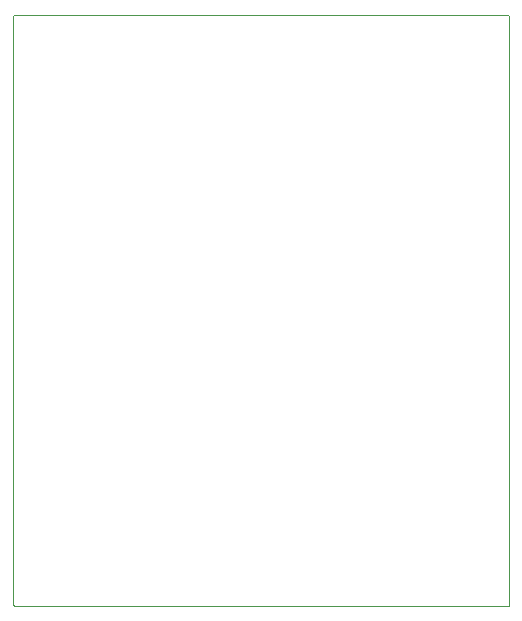
<source format=gm1>
G04*
G04 #@! TF.GenerationSoftware,Altium Limited,Altium Designer,19.0.4 (130)*
G04*
G04 Layer_Color=16711935*
%FSLAX25Y25*%
%MOIN*%
G70*
G01*
G75*
%ADD10C,0.00394*%
D10*
X394Y0D02*
X165354D01*
Y196457D01*
X0D02*
X394Y196850D01*
X164961D02*
X165354Y196457D01*
X0Y394D02*
X394Y0D01*
X0Y394D02*
Y196457D01*
X394Y196850D02*
X164961D01*
M02*

</source>
